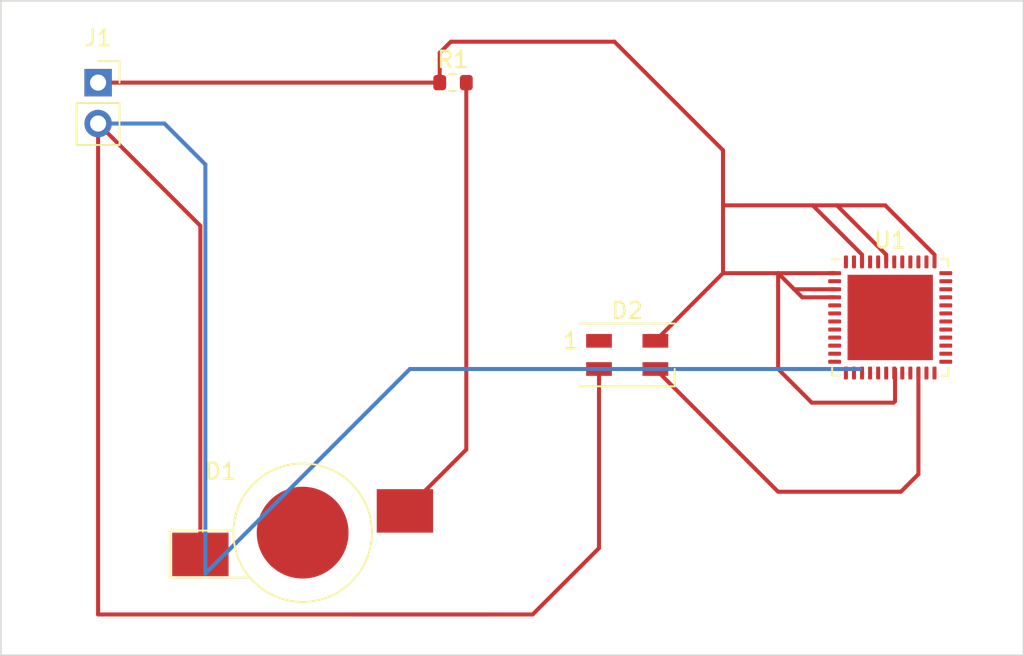
<source format=kicad_pcb>
(kicad_pcb (version 20221018) (generator pcbnew)
  (layers (0 "F.Cu" signal) (31 "B.Cu" signal) (34 "B.Paste" user) (35 "F.Paste" user) (36 "B.SilkS" user "B.Silkscreen") (37 "F.SilkS" user "F.Silkscreen") (38 "B.Mask" user) (39 "F.Mask" user) (44 "Edge.Cuts" user))
  (net 0 "")
  (net 1 "Net-(D1-A)")
  (net 3 "GND")
  (net 4 "Net-(D2-DIN)")
  (net 5 "Net-(D2-VDD)")
  (footprint "Package_DFN_QFN:QFN-48-1EP_7x7mm_P0.5mm_EP5.3x5.3mm" (layer "F.Cu") (at 169.52 108.56)
    (fp_text reference "U1" (at 0 -4.8) (layer "F.SilkS"))
    (fp_text value "ESP32-PICO-D4")
    (fp_line (start -3.61 3.61) (end -3.61 3.135) (stroke (width 0.12)) (layer "F.SilkS"))
    (fp_line (start -3.135 -3.61) (end -3.61 -3.61) (stroke (width 0.12)) (layer "F.SilkS"))
    (fp_line (start -3.135 3.61) (end -3.61 3.61) (stroke (width 0.12)) (layer "F.SilkS"))
    (fp_line (start 3.135 -3.61) (end 3.61 -3.61) (stroke (width 0.12)) (layer "F.SilkS"))
    (fp_line (start 3.135 3.61) (end 3.61 3.61) (stroke (width 0.12)) (layer "F.SilkS"))
    (fp_line (start 3.61 -3.61) (end 3.61 -3.135) (stroke (width 0.12)) (layer "F.SilkS"))
    (fp_line (start 3.61 3.61) (end 3.61 3.135) (stroke (width 0.12)) (layer "F.SilkS"))
    (pad "1" smd roundrect (at -3.45 -2.75) (size 0.8 0.25) (layers "F.Cu" "F.Paste" "F.Mask") (net 5 "Net-(D2-VDD)"))
    (pad "2" smd roundrect (at -3.45 -2.25) (size 0.8 0.25) (layers "F.Cu" "F.Paste" "F.Mask"))
    (pad "3" smd roundrect (at -3.45 -1.75) (size 0.8 0.25) (layers "F.Cu" "F.Paste" "F.Mask") (net 5 "Net-(D2-VDD)"))
    (pad "4" smd roundrect (at -3.45 -1.25) (size 0.8 0.25) (layers "F.Cu" "F.Paste" "F.Mask") (net 5 "Net-(D2-VDD)"))
    (pad "5" smd roundrect (at -3.45 -0.75) (size 0.8 0.25) (layers "F.Cu" "F.Paste" "F.Mask"))
    (pad "6" smd roundrect (at -3.45 -0.25) (size 0.8 0.25) (layers "F.Cu" "F.Paste" "F.Mask"))
    (pad "7" smd roundrect (at -3.45 0.25) (size 0.8 0.25) (layers "F.Cu" "F.Paste" "F.Mask"))
    (pad "8" smd roundrect (at -3.45 0.75) (size 0.8 0.25) (layers "F.Cu" "F.Paste" "F.Mask"))
    (pad "9" smd roundrect (at -3.45 1.25) (size 0.8 0.25) (layers "F.Cu" "F.Paste" "F.Mask"))
    (pad "10" smd roundrect (at -3.45 1.75) (size 0.8 0.25) (layers "F.Cu" "F.Paste" "F.Mask"))
    (pad "11" smd roundrect (at -3.45 2.25) (size 0.8 0.25) (layers "F.Cu" "F.Paste" "F.Mask"))
    (pad "12" smd roundrect (at -3.45 2.75) (size 0.8 0.25) (layers "F.Cu" "F.Paste" "F.Mask"))
    (pad "13" smd roundrect (at -2.75 3.45) (size 0.25 0.8) (layers "F.Cu" "F.Paste" "F.Mask"))
    (pad "14" smd roundrect (at -2.25 3.45) (size 0.25 0.8) (layers "F.Cu" "F.Paste" "F.Mask"))
    (pad "15" smd roundrect (at -1.75 3.45) (size 0.25 0.8) (layers "F.Cu" "F.Paste" "F.Mask"))
    (pad "16" smd roundrect (at -1.25 3.45) (size 0.25 0.8) (layers "F.Cu" "F.Paste" "F.Mask"))
    (pad "17" smd roundrect (at -0.75 3.45) (size 0.25 0.8) (layers "F.Cu" "F.Paste" "F.Mask"))
    (pad "18" smd roundrect (at -0.25 3.45) (size 0.25 0.8) (layers "F.Cu" "F.Paste" "F.Mask"))
    (pad "19" smd roundrect (at 0.25 3.45) (size 0.25 0.8) (layers "F.Cu" "F.Paste" "F.Mask") (net 5 "Net-(D2-VDD)"))
    (pad "20" smd roundrect (at 0.75 3.45) (size 0.25 0.8) (layers "F.Cu" "F.Paste" "F.Mask"))
    (pad "21" smd roundrect (at 1.25 3.45) (size 0.25 0.8) (layers "F.Cu" "F.Paste" "F.Mask"))
    (pad "22" smd roundrect (at 1.75 3.45) (size 0.25 0.8) (layers "F.Cu" "F.Paste" "F.Mask") (net 4 "Net-(D2-DIN)"))
    (pad "23" smd roundrect (at 2.25 3.45) (size 0.25 0.8) (layers "F.Cu" "F.Paste" "F.Mask"))
    (pad "24" smd roundrect (at 2.75 3.45) (size 0.25 0.8) (layers "F.Cu" "F.Paste" "F.Mask"))
    (pad "25" smd roundrect (at 3.45 2.75) (size 0.8 0.25) (layers "F.Cu" "F.Paste" "F.Mask"))
    (pad "26" smd roundrect (at 3.45 2.25) (size 0.8 0.25) (layers "F.Cu" "F.Paste" "F.Mask"))
    (pad "27" smd roundrect (at 3.45 1.75) (size 0.8 0.25) (layers "F.Cu" "F.Paste" "F.Mask"))
    (pad "28" smd roundrect (at 3.45 1.25) (size 0.8 0.25) (layers "F.Cu" "F.Paste" "F.Mask"))
    (pad "29" smd roundrect (at 3.45 0.75) (size 0.8 0.25) (layers "F.Cu" "F.Paste" "F.Mask"))
    (pad "30" smd roundrect (at 3.45 0.25) (size 0.8 0.25) (layers "F.Cu" "F.Paste" "F.Mask"))
    (pad "31" smd roundrect (at 3.45 -0.25) (size 0.8 0.25) (layers "F.Cu" "F.Paste" "F.Mask"))
    (pad "32" smd roundrect (at 3.45 -0.75) (size 0.8 0.25) (layers "F.Cu" "F.Paste" "F.Mask"))
    (pad "33" smd roundrect (at 3.45 -1.25) (size 0.8 0.25) (layers "F.Cu" "F.Paste" "F.Mask"))
    (pad "34" smd roundrect (at 3.45 -1.75) (size 0.8 0.25) (layers "F.Cu" "F.Paste" "F.Mask"))
    (pad "35" smd roundrect (at 3.45 -2.25) (size 0.8 0.25) (layers "F.Cu" "F.Paste" "F.Mask"))
    (pad "36" smd roundrect (at 3.45 -2.75) (size 0.8 0.25) (layers "F.Cu" "F.Paste" "F.Mask"))
    (pad "37" smd roundrect (at 2.75 -3.45) (size 0.25 0.8) (layers "F.Cu" "F.Paste" "F.Mask") (net 5 "Net-(D2-VDD)"))
    (pad "38" smd roundrect (at 2.25 -3.45) (size 0.25 0.8) (layers "F.Cu" "F.Paste" "F.Mask"))
    (pad "39" smd roundrect (at 1.75 -3.45) (size 0.25 0.8) (layers "F.Cu" "F.Paste" "F.Mask"))
    (pad "40" smd roundrect (at 1.25 -3.45) (size 0.25 0.8) (layers "F.Cu" "F.Paste" "F.Mask"))
    (pad "41" smd roundrect (at 0.75 -3.45) (size 0.25 0.8) (layers "F.Cu" "F.Paste" "F.Mask"))
    (pad "42" smd roundrect (at 0.25 -3.45) (size 0.25 0.8) (layers "F.Cu" "F.Paste" "F.Mask"))
    (pad "43" smd roundrect (at -0.25 -3.45) (size 0.25 0.8) (layers "F.Cu" "F.Paste" "F.Mask") (net 5 "Net-(D2-VDD)"))
    (pad "44" smd roundrect (at -0.75 -3.45) (size 0.25 0.8) (layers "F.Cu" "F.Paste" "F.Mask"))
    (pad "45" smd roundrect (at -1.25 -3.45) (size 0.25 0.8) (layers "F.Cu" "F.Paste" "F.Mask"))
    (pad "46" smd roundrect (at -1.75 -3.45) (size 0.25 0.8) (layers "F.Cu" "F.Paste" "F.Mask") (net 5 "Net-(D2-VDD)"))
    (pad "47" smd roundrect (at -2.25 -3.45) (size 0.25 0.8) (layers "F.Cu" "F.Paste" "F.Mask"))
    (pad "48" smd roundrect (at -2.75 -3.45) (size 0.25 0.8) (layers "F.Cu" "F.Paste" "F.Mask"))
    (pad "49" smd rect (at 0 0) (size 5.3 5.3) (layers "F.Cu" "F.Mask") (net 3 "GND"))
  )
  (footprint "Connector_PinSocket_2.54mm:PinSocket_1x02_P2.54mm_Vertical" (layer "F.Cu") (at 120.34 93.98)
    (fp_text reference "J1" (at 0 -2.77) (layer "F.SilkS"))
    (fp_text value "Conn_01x02")
    (fp_line (start -1.33 1.27) (end -1.33 3.87) (stroke (width 0.12)) (layer "F.SilkS"))
    (fp_line (start -1.33 1.27) (end 1.33 1.27) (stroke (width 0.12)) (layer "F.SilkS"))
    (fp_line (start -1.33 3.87) (end 1.33 3.87) (stroke (width 0.12)) (layer "F.SilkS"))
    (fp_line (start 0 -1.33) (end 1.33 -1.33) (stroke (width 0.12)) (layer "F.SilkS"))
    (fp_line (start 1.33 -1.33) (end 1.33 0) (stroke (width 0.12)) (layer "F.SilkS"))
    (fp_line (start 1.33 1.27) (end 1.33 3.87) (stroke (width 0.12)) (layer "F.SilkS"))
    (pad "1" thru_hole rect (at 0 0) (size 1.7 1.7) (drill 1) (layers "*.Cu" "*.Mask") (net 5 "Net-(D2-VDD)"))
    (pad "2" thru_hole oval (at 0 2.54) (size 1.7 1.7) (drill 1) (layers "*.Cu" "*.Mask") (net 3 "GND"))
  )
  (footprint "LED_SMD:LED_SK6812MINI_PLCC4_3.5x3.5mm_P1.75mm" (layer "F.Cu") (at 153.19 110.885)
    (fp_text reference "D2" (at 0 -2.75) (layer "F.SilkS"))
    (fp_text value "SK6812MINI")
    (fp_text user "1" (at -3.5 -0.875) (layer "F.SilkS"))
    (fp_line (start -2.95 -1.95) (end 2.95 -1.95) (stroke (width 0.12)) (layer "F.SilkS"))
    (fp_line (start -2.95 1.95) (end 2.95 1.95) (stroke (width 0.12)) (layer "F.SilkS"))
    (fp_line (start 2.95 1.95) (end 2.95 0.875) (stroke (width 0.12)) (layer "F.SilkS"))
    (pad "1" smd rect (at -1.75 -0.875) (size 1.6 0.85) (layers "F.Cu" "F.Paste" "F.Mask"))
    (pad "2" smd rect (at -1.75 0.875) (size 1.6 0.85) (layers "F.Cu" "F.Paste" "F.Mask") (net 3 "GND"))
    (pad "3" smd rect (at 1.75 0.875) (size 1.6 0.85) (layers "F.Cu" "F.Paste" "F.Mask") (net 4 "Net-(D2-DIN)"))
    (pad "4" smd rect (at 1.75 -0.875) (size 1.6 0.85) (layers "F.Cu" "F.Paste" "F.Mask") (net 5 "Net-(D2-VDD)"))
  )
  (footprint "Resistor_SMD:R_0603_1608Metric" (layer "F.Cu") (at 142.375 93.98)
    (fp_text reference "R1" (at 0 -1.43) (layer "F.SilkS"))
    (fp_text value "R")
    (fp_line (start -0.237258 -0.5225) (end 0.237258 -0.5225) (stroke (width 0.12)) (layer "F.SilkS"))
    (fp_line (start -0.237258 0.5225) (end 0.237258 0.5225) (stroke (width 0.12)) (layer "F.SilkS"))
    (pad "1" smd roundrect (at -0.825 0) (size 0.8 0.95) (layers "F.Cu" "F.Paste" "F.Mask") (net 5 "Net-(D2-VDD)"))
    (pad "2" smd roundrect (at 0.825 0) (size 0.8 0.95) (layers "F.Cu" "F.Paste" "F.Mask") (net 1 "Net-(D1-A)"))
  )
  (footprint "LED_SMD:LED_1W_3W_R8" (layer "F.Cu") (at 133.04 121.92)
    (fp_text reference "D1" (at -5.08 -3.81) (layer "F.SilkS"))
    (fp_text value "LED")
    (fp_line (start -8.255 -0.127) (end -8.255 2.794) (stroke (width 0.12)) (layer "F.SilkS"))
    (fp_line (start -8.255 2.794) (end -3.429 2.794) (stroke (width 0.12)) (layer "F.SilkS"))
    (fp_line (start -4.445 -0.127) (end -8.255 -0.127) (stroke (width 0.12)) (layer "F.SilkS"))
    (fp_circle (center 0 0) (end -4.3 0) (stroke (width 0.12)) (fill none) (layer "F.SilkS"))
    (pad "1" smd rect (at -6.35 1.35) (size 3.5 2.7) (layers "F.Cu" "F.Paste" "F.Mask") (net 3 "GND"))
    (pad "2" smd rect (at 6.35 -1.35) (size 3.5 2.7) (layers "F.Cu" "F.Paste" "F.Mask") (net 1 "Net-(D1-A)"))
    (pad "3" smd circle (at 0 0) (size 5.7 5.7) (layers "F.Cu" "F.Paste" "F.Mask"))
  )
  (gr_rect (start 114.3 88.9) (end 177.8 129.54) (stroke (width 0.1)) (fill none) (layer "Edge.Cuts"))
  (segment (start 143.2 93.98) (end 143.2 116.76) (width 0.25) (layer "F.Cu") (net 1))
  (segment (start 143.2 116.76) (end 139.39 120.57) (width 0.25) (layer "F.Cu") (net 1))
  (segment (start 151.44 122.88) (end 151.44 111.76) (width 0.25) (layer "F.Cu") (net 3))
  (segment (start 120.34 127) (end 144.78 127) (width 0.25) (layer "F.Cu") (net 3))
  (segment (start 126.69 123.27) (end 126.69 102.87) (width 0.25) (layer "F.Cu") (net 3))
  (segment (start 136.2 127) (end 147.32 127) (width 0.25) (layer "F.Cu") (net 3))
  (segment (start 126.69 102.87) (end 120.34 96.52) (width 0.25) (layer "F.Cu") (net 3))
  (segment (start 120.34 96.52) (end 120.34 127) (width 0.25) (layer "F.Cu") (net 3))
  (segment (start 147.32 127) (end 151.44 122.88) (width 0.25) (layer "F.Cu") (net 3))
  (segment (start 139.7 111.76) (end 167.64 111.76) (width 0.25) (layer "B.Cu") (net 3))
  (segment (start 124.46 96.52) (end 127 99.06) (width 0.25) (layer "B.Cu") (net 3))
  (segment (start 120.34 96.52) (end 124.46 96.52) (width 0.25) (layer "B.Cu") (net 3))
  (segment (start 127 124.46) (end 139.7 111.76) (width 0.25) (layer "B.Cu") (net 3))
  (segment (start 127 99.06) (end 127 124.46) (width 0.25) (layer "B.Cu") (net 3))
  (segment (start 170.18 119.38) (end 171.27 118.29) (width 0.25) (layer "F.Cu") (net 4))
  (segment (start 162.56 119.38) (end 170.18 119.38) (width 0.25) (layer "F.Cu") (net 4))
  (segment (start 154.94 111.76) (end 162.56 119.38) (width 0.25) (layer "F.Cu") (net 4))
  (segment (start 171.27 118.29) (end 171.27 111.76) (width 0.25) (layer "F.Cu") (net 4))
  (segment (start 166.208008 101.6) (end 169.208008 101.6) (width 0.25) (layer "F.Cu") (net 5))
  (segment (start 154.94 110.01) (end 159.14 105.81) (width 0.25) (layer "F.Cu") (net 5))
  (segment (start 162.56 105.81) (end 166.07 105.81) (width 0.25) (layer "F.Cu") (net 5))
  (segment (start 162.56 105.81) (end 163.56 106.81) (width 0.25) (layer "F.Cu") (net 5))
  (segment (start 152.4 91.44) (end 159.14 98.18) (width 0.25) (layer "F.Cu") (net 5))
  (segment (start 164.65 113.85) (end 169.73 113.85) (width 0.25) (layer "F.Cu") (net 5))
  (segment (start 169.82 113.76) (end 169.82 111.76) (width 0.25) (layer "F.Cu") (net 5))
  (segment (start 172.27 104.661992) (end 172.27 105.11) (width 0.25) (layer "F.Cu") (net 5))
  (segment (start 159.14 98.18) (end 159.14 101.6) (width 0.25) (layer "F.Cu") (net 5))
  (segment (start 166.208008 101.6) (end 169.27 104.661992) (width 0.25) (layer "F.Cu") (net 5))
  (segment (start 163.56 106.81) (end 166.07 106.81) (width 0.25) (layer "F.Cu") (net 5))
  (segment (start 142.24 91.44) (end 152.4 91.44) (width 0.25) (layer "F.Cu") (net 5))
  (segment (start 159.14 101.6) (end 159.14 105.81) (width 0.25) (layer "F.Cu") (net 5))
  (segment (start 159.14 105.81) (end 162.56 105.81) (width 0.25) (layer "F.Cu") (net 5))
  (segment (start 169.27 104.661992) (end 169.27 105.11) (width 0.25) (layer "F.Cu") (net 5))
  (segment (start 167.77 104.661992) (end 167.77 105.11) (width 0.25) (layer "F.Cu") (net 5))
  (segment (start 169.73 113.85) (end 169.82 113.76) (width 0.25) (layer "F.Cu") (net 5))
  (segment (start 120.34 93.98) (end 141.55 93.98) (width 0.25) (layer "F.Cu") (net 5))
  (segment (start 164.06 107.31) (end 166.07 107.31) (width 0.25) (layer "F.Cu") (net 5))
  (segment (start 159.14 101.6) (end 164.708008 101.6) (width 0.25) (layer "F.Cu") (net 5))
  (segment (start 169.208008 101.6) (end 172.27 104.661992) (width 0.25) (layer "F.Cu") (net 5))
  (segment (start 162.56 111.76) (end 164.65 113.85) (width 0.25) (layer "F.Cu") (net 5))
  (segment (start 141.55 93.98) (end 141.55 92.13) (width 0.25) (layer "F.Cu") (net 5))
  (segment (start 164.708008 101.6) (end 167.77 104.661992) (width 0.25) (layer "F.Cu") (net 5))
  (segment (start 141.55 92.13) (end 142.24 91.44) (width 0.25) (layer "F.Cu") (net 5))
  (segment (start 163.56 106.81) (end 164.06 107.31) (width 0.25) (layer "F.Cu") (net 5))
  (segment (start 164.708008 101.6) (end 166.208008 101.6) (width 0.25) (layer "F.Cu") (net 5))
  (segment (start 162.56 105.81) (end 162.56 111.76) (width 0.25) (layer "F.Cu") (net 5))
)
</source>
